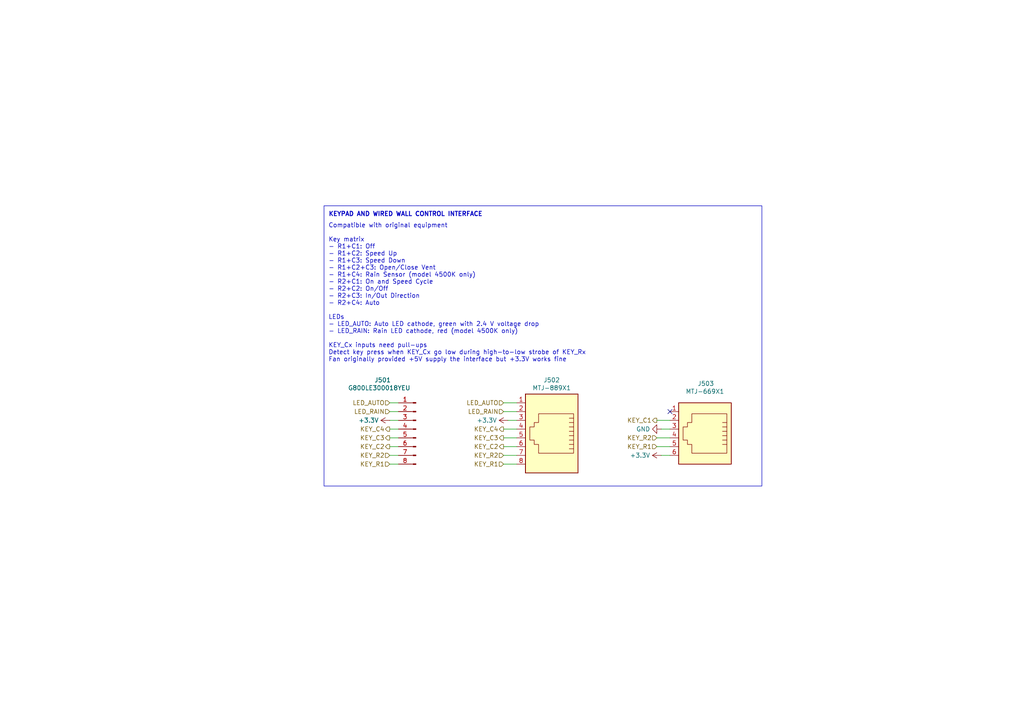
<source format=kicad_sch>
(kicad_sch (version 20231120) (generator "eeschema") (generator_version "8.0")
  (paper "A4")
  (title_block (title "Minuet Keypad Interface"))
  (lib_symbols
    (symbol "Connector:6P6C" (pin_names (offset 1.016))
      (property "Reference" "J" (at -5.08 11.43 0))
      (property "Value" "6P6C" (at 2.54 11.43 0))
      (symbol "6P6C_0_1"
        (polyline (pts (xy -6.35 -1.905) (xy -5.08 -1.905) (xy -5.08 -1.905)))
        (polyline (pts (xy -6.35 -0.635) (xy -5.08 -0.635) (xy -5.08 -0.635)))
        (polyline (pts (xy -6.35 0.635) (xy -5.08 0.635) (xy -5.08 0.635)))
        (polyline (pts (xy -6.35 1.905) (xy -5.08 1.905) (xy -5.08 1.905)))
        (polyline (pts (xy -6.35 3.175) (xy -5.08 3.175) (xy -5.08 3.175)))
        (polyline (pts (xy -5.08 4.445) (xy -6.35 4.445) (xy -6.35 4.445)))
        (polyline (pts (xy -6.35 -4.445) (xy -6.35 6.985) (xy 3.81 6.985) (xy 3.81 4.445) (xy 5.08 4.445) (xy 5.08 3.175) (xy 6.35 3.175) (xy 6.35 -0.635) (xy 5.08 -0.635) (xy 5.08 -1.905) (xy 3.81 -1.905) (xy 3.81 -4.445) (xy -6.35 -4.445) (xy -6.35 -4.445)))
        (rectangle (start 7.62 10.16) (end -7.62 -7.62) (stroke (width 0.254)) (fill (type background)))
      )
      (symbol "6P6C_1_1"
        (pin passive line (at 10.16 -5.08 180) (length 2.54) (name "~") (number "1"))
        (pin passive line (at 10.16 -2.54 180) (length 2.54) (name "~") (number "2"))
        (pin passive line (at 10.16 0 180) (length 2.54) (name "~") (number "3"))
        (pin passive line (at 10.16 2.54 180) (length 2.54) (name "~") (number "4"))
        (pin passive line (at 10.16 5.08 180) (length 2.54) (name "~") (number "5"))
        (pin passive line (at 10.16 7.62 180) (length 2.54) (name "~") (number "6"))
      )
    )
    (symbol "Connector:8P8C" (pin_names (offset 1.016))
      (property "Reference" "J" (at -5.08 13.97 0))
      (property "Value" "8P8C" (at 2.54 13.97 0))
      (symbol "8P8C_0_1"
        (polyline (pts (xy -5.08 4.445) (xy -6.35 4.445)))
        (polyline (pts (xy -5.08 5.715) (xy -6.35 5.715)))
        (polyline (pts (xy -6.35 -3.175) (xy -5.08 -3.175) (xy -5.08 -3.175)))
        (polyline (pts (xy -6.35 -1.905) (xy -5.08 -1.905) (xy -5.08 -1.905)))
        (polyline (pts (xy -6.35 -0.635) (xy -5.08 -0.635) (xy -5.08 -0.635)))
        (polyline (pts (xy -6.35 0.635) (xy -5.08 0.635) (xy -5.08 0.635)))
        (polyline (pts (xy -6.35 1.905) (xy -5.08 1.905) (xy -5.08 1.905)))
        (polyline (pts (xy -5.08 3.175) (xy -6.35 3.175) (xy -6.35 3.175)))
        (polyline (pts (xy -6.35 -4.445) (xy -6.35 6.985) (xy 3.81 6.985) (xy 3.81 4.445) (xy 5.08 4.445) (xy 5.08 3.175) (xy 6.35 3.175) (xy 6.35 -0.635) (xy 5.08 -0.635) (xy 5.08 -1.905) (xy 3.81 -1.905) (xy 3.81 -4.445) (xy -6.35 -4.445) (xy -6.35 -4.445)))
        (rectangle (start 7.62 12.7) (end -7.62 -10.16) (stroke (width 0.254)) (fill (type background)))
      )
      (symbol "8P8C_1_1"
        (pin passive line (at 10.16 -7.62 180) (length 2.54) (name "~") (number "1"))
        (pin passive line (at 10.16 -5.08 180) (length 2.54) (name "~") (number "2"))
        (pin passive line (at 10.16 -2.54 180) (length 2.54) (name "~") (number "3"))
        (pin passive line (at 10.16 0 180) (length 2.54) (name "~") (number "4"))
        (pin passive line (at 10.16 2.54 180) (length 2.54) (name "~") (number "5"))
        (pin passive line (at 10.16 5.08 180) (length 2.54) (name "~") (number "6"))
        (pin passive line (at 10.16 7.62 180) (length 2.54) (name "~") (number "7"))
        (pin passive line (at 10.16 10.16 180) (length 2.54) (name "~") (number "8"))
      )
    )
    (symbol "Connector:Conn_01x08_Pin" (pin_names (offset 1.016) hide)
      (property "Reference" "J" (at 0 10.16 0))
      (property "Value" "Conn_01x08_Pin" (at 0 -12.7 0))
      (symbol "Conn_01x08_Pin_1_1"
        (polyline (pts (xy 1.27 -10.16) (xy 0.8636 -10.16)) (stroke (width 0.1524)))
        (polyline (pts (xy 1.27 -7.62) (xy 0.8636 -7.62)) (stroke (width 0.1524)))
        (polyline (pts (xy 1.27 -5.08) (xy 0.8636 -5.08)) (stroke (width 0.1524)))
        (polyline (pts (xy 1.27 -2.54) (xy 0.8636 -2.54)) (stroke (width 0.1524)))
        (polyline (pts (xy 1.27 0) (xy 0.8636 0)) (stroke (width 0.1524)))
        (polyline (pts (xy 1.27 2.54) (xy 0.8636 2.54)) (stroke (width 0.1524)))
        (polyline (pts (xy 1.27 5.08) (xy 0.8636 5.08)) (stroke (width 0.1524)))
        (polyline (pts (xy 1.27 7.62) (xy 0.8636 7.62)) (stroke (width 0.1524)))
        (rectangle (start 0.8636 -10.033) (end 0 -10.287) (stroke (width 0.1524)) (fill (type outline)))
        (rectangle (start 0.8636 -7.493) (end 0 -7.747) (stroke (width 0.1524)) (fill (type outline)))
        (rectangle (start 0.8636 -4.953) (end 0 -5.207) (stroke (width 0.1524)) (fill (type outline)))
        (rectangle (start 0.8636 -2.413) (end 0 -2.667) (stroke (width 0.1524)) (fill (type outline)))
        (rectangle (start 0.8636 0.127) (end 0 -0.127) (stroke (width 0.1524)) (fill (type outline)))
        (rectangle (start 0.8636 2.667) (end 0 2.413) (stroke (width 0.1524)) (fill (type outline)))
        (rectangle (start 0.8636 5.207) (end 0 4.953) (stroke (width 0.1524)) (fill (type outline)))
        (rectangle (start 0.8636 7.747) (end 0 7.493) (stroke (width 0.1524)) (fill (type outline)))
        (pin passive line (at 5.08 7.62 180) (length 3.81) (name "Pin_1") (number "1"))
        (pin passive line (at 5.08 5.08 180) (length 3.81) (name "Pin_2") (number "2"))
        (pin passive line (at 5.08 2.54 180) (length 3.81) (name "Pin_3") (number "3"))
        (pin passive line (at 5.08 0 180) (length 3.81) (name "Pin_4") (number "4"))
        (pin passive line (at 5.08 -2.54 180) (length 3.81) (name "Pin_5") (number "5"))
        (pin passive line (at 5.08 -5.08 180) (length 3.81) (name "Pin_6") (number "6"))
        (pin passive line (at 5.08 -7.62 180) (length 3.81) (name "Pin_7") (number "7"))
        (pin passive line (at 5.08 -10.16 180) (length 3.81) (name "Pin_8") (number "8"))
      )
    )
    (symbol "power:+3.3V" (power) (pin_numbers hide) (pin_names (offset 0) hide)
      (property "Value" "+3.3V" (at 0 3.556 0))
      (symbol "+3.3V_0_1"
        (polyline (pts (xy -0.762 1.27) (xy 0 2.54)))
        (polyline (pts (xy 0 0) (xy 0 2.54)))
        (polyline (pts (xy 0 2.54) (xy 0.762 1.27)))
      )
      (symbol "+3.3V_1_1"
        (pin power_in line (at 0 0 90) (length 0) (name "~") (number "1"))
      )
    )
    (symbol "power:GND" (power) (pin_numbers hide) (pin_names (offset 0) hide)
      (property "Value" "GND" (at 0 -3.81 0))
      (symbol "GND_0_1"
        (polyline (pts (xy 0 0) (xy 0 -1.27) (xy 1.27 -1.27) (xy 0 -2.54) (xy -1.27 -1.27) (xy 0 -1.27)))
      )
      (symbol "GND_1_1"
        (pin power_in line (at 0 0 270) (length 0) (name "~") (number "1"))
      )
    )
  )
  (no_connect (at 194.31 119.38))
  (wire (pts (xy 113.03 116.84) (xy 115.57 116.84)))
  (wire (pts (xy 113.03 121.92) (xy 115.57 121.92)))
  (wire (pts (xy 113.03 132.08) (xy 115.57 132.08)))
  (wire (pts (xy 113.03 119.38) (xy 115.57 119.38)))
  (wire (pts (xy 149.86 119.38) (xy 146.05 119.38)))
  (wire (pts (xy 194.31 124.46) (xy 191.77 124.46)))
  (wire (pts (xy 149.86 121.92) (xy 147.32 121.92)))
  (wire (pts (xy 113.03 124.46) (xy 115.57 124.46)))
  (wire (pts (xy 149.86 116.84) (xy 146.05 116.84)))
  (wire (pts (xy 113.03 129.54) (xy 115.57 129.54)))
  (wire (pts (xy 194.31 129.54) (xy 190.5 129.54)))
  (wire (pts (xy 113.03 127) (xy 115.57 127)))
  (wire (pts (xy 194.31 132.08) (xy 191.77 132.08)))
  (wire (pts (xy 149.86 124.46) (xy 146.05 124.46)))
  (wire (pts (xy 149.86 127) (xy 146.05 127)))
  (wire (pts (xy 194.31 127) (xy 190.5 127)))
  (wire (pts (xy 149.86 129.54) (xy 146.05 129.54)))
  (wire (pts (xy 194.31 121.92) (xy 190.5 121.92)))
  (wire (pts (xy 113.03 134.62) (xy 115.57 134.62)))
  (wire (pts (xy 149.86 134.62) (xy 146.05 134.62)))
  (wire (pts (xy 149.86 132.08) (xy 146.05 132.08)))
  (rectangle (start 93.98 59.69) (end 220.98 140.97))
  (text "Compatible with original equipment\n\nKey matrix\n- R1+C1: Off\n- R1+C2: Speed Up\n- R1+C3: Speed Down\n- R1+C2+C3: Open/Close Vent\n- R1+C4: Rain Sensor (model 4500K only)\n- R2+C1: On and Speed Cycle\n- R2+C2: On/Off\n- R2+C3: In/Out Direction\n- R2+C4: Auto\n\nLEDs\n- LED_AUTO: Auto LED cathode, green with 2.4 V voltage drop\n- LED_RAIN: Rain LED cathode, red (model 4500K only)\n\nKEY_Cx inputs need pull-ups\nDetect key press when KEY_Cx go low during high-to-low strobe of KEY_Rx\nFan originally provided +5V supply the interface but +3.3V works fine" (at 95.25 64.77 0) (effects (font (size 1.27 1.27)) (justify left top)))
  (text "KEYPAD AND WIRED WALL CONTROL INTERFACE" (at 95.25 62.23 0) (effects (font (size 1.27 1.27) (thickness 0.254) (bold yes)) (justify left)))
  (hierarchical_label "KEY_C3" (shape output) (at 146.05 127 180))
  (hierarchical_label "KEY_R1" (shape input) (at 113.03 134.62 180))
  (hierarchical_label "KEY_R2" (shape input) (at 113.03 132.08 180))
  (hierarchical_label "LED_RAIN" (shape input) (at 146.05 119.38 180))
  (hierarchical_label "KEY_C2" (shape output) (at 113.03 129.54 180))
  (hierarchical_label "KEY_C4" (shape output) (at 146.05 124.46 180))
  (hierarchical_label "KEY_C2" (shape output) (at 146.05 129.54 180))
  (hierarchical_label "KEY_R2" (shape input) (at 146.05 132.08 180))
  (hierarchical_label "KEY_R1" (shape input) (at 146.05 134.62 180))
  (hierarchical_label "LED_RAIN" (shape input) (at 113.03 119.38 180))
  (hierarchical_label "KEY_R2" (shape input) (at 190.5 127 180))
  (hierarchical_label "KEY_C1" (shape output) (at 190.5 121.92 180))
  (hierarchical_label "KEY_C3" (shape output) (at 113.03 127 180))
  (hierarchical_label "KEY_C4" (shape output) (at 113.03 124.46 180))
  (hierarchical_label "LED_AUTO" (shape input) (at 113.03 116.84 180))
  (hierarchical_label "KEY_R1" (shape input) (at 190.5 129.54 180))
  (hierarchical_label "LED_AUTO" (shape input) (at 146.05 116.84 180))
  (symbol (lib_id "power:+3.3V") (at 113.03 121.92 90) (unit 1)
    (property "Reference" "#PWR0501" (effects (hide yes)))
    (property "Value" "+3.3V" (at 109.855 121.92 90) (effects (justify left)))
    (property "Description" "Power symbol creates a global label with name \"+3.3V\"" (effects (hide yes)))
  )
  (symbol (lib_id "Connector:6P6C") (at 204.47 124.46 180) (unit 1)
    (property "Reference" "J503" (at 204.724 111.252 0))
    (property "Value" "MTJ-669X1" (at 204.47 113.538 0))
    (property "Footprint" "MTJ-669X1:CONN_MTJ-669X1_ADM" (effects (hide yes)))
    (property "Datasheet" "https://app.adam-tech.com/products/download/data_sheet/203813/mtj-669x1-data-sheet.pdf" (effects (hide yes)))
    (property "Description" "RJ connector, 6P6C (6 positions 6 connected), RJ12/RJ18/RJ25" (effects (hide yes)))
  )
  (symbol (lib_id "Connector:8P8C") (at 160.02 124.46 180) (unit 1)
    (property "Reference" "J502" (at 160.02 110.236 0))
    (property "Value" "MTJ-889X1" (at 160.02 112.522 0))
    (property "Footprint" "MTJ-889X1:CONN_MTJ-889X1_ADM" (effects (hide yes)))
    (property "Datasheet" "https://app.adam-tech.com/products/download/data_sheet/203814/mtj-889x1-data-sheet.pdf" (effects (hide yes)))
    (property "Description" "RJ connector, 8P8C (8 positions 8 connected), RJ31/RJ32/RJ33/RJ34/RJ35/RJ41/RJ45/RJ49/RJ61" (effects (hide yes)))
  )
  (symbol (lib_id "power:+3.3V") (at 147.32 121.92 90) (unit 1)
    (property "Reference" "#PWR0502" (effects (hide yes)))
    (property "Value" "+3.3V" (at 144.145 121.92 90) (effects (justify left)))
    (property "Description" "Power symbol creates a global label with name \"+3.3V\"" (effects (hide yes)))
  )
  (symbol (lib_id "power:GND") (at 191.77 124.46 270) (unit 1)
    (property "Reference" "#PWR0503" (effects (hide yes)))
    (property "Value" "GND" (at 188.595 124.46 90) (effects (justify right)))
    (property "Description" "Power symbol creates a global label with name \"GND\" , ground" (effects (hide yes)))
  )
  (symbol (lib_id "power:+3.3V") (at 191.77 132.08 90) (unit 1)
    (property "Reference" "#PWR0504" (effects (hide yes)))
    (property "Value" "+3.3V" (at 188.595 132.08 90) (effects (justify left)))
    (property "Description" "Power symbol creates a global label with name \"+3.3V\"" (effects (hide yes)))
  )
  (symbol (lib_id "Connector:Conn_01x08_Pin") (at 120.65 124.46 0) (mirror y) (unit 1)
    (property "Reference" "J501" (at 110.998 110.236 0))
    (property "Value" "G800LE300018YEU" (at 109.982 112.522 0))
    (property "Footprint" "Connector_PinHeader_2.54mm:PinHeader_1x08_P2.54mm_Vertical" (effects (hide yes)))
    (property "Datasheet" "https://cdn.amphenol-cs.com/media/wysiwyg/files/drawing/g800lexxxxxxyeu.pdf" (effects (hide yes)))
    (property "Description" "Generic connector, single row, 01x08, script generated" (effects (hide yes)))
  )
)
</source>
